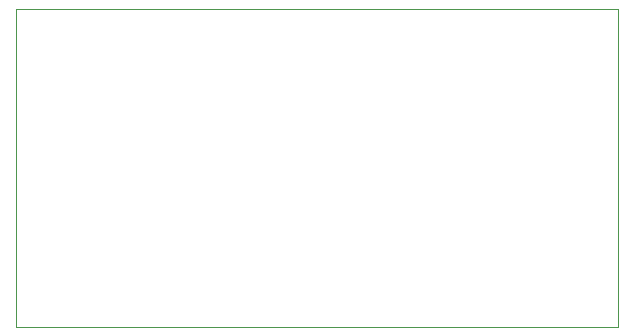
<source format=gbr>
G04 #@! TF.GenerationSoftware,KiCad,Pcbnew,6.0.6-2.fc36*
G04 #@! TF.CreationDate,2022-07-19T13:12:57+02:00*
G04 #@! TF.ProjectId,touch-testcontroller-testboard,746f7563-682d-4746-9573-74636f6e7472,rev?*
G04 #@! TF.SameCoordinates,Original*
G04 #@! TF.FileFunction,Profile,NP*
%FSLAX46Y46*%
G04 Gerber Fmt 4.6, Leading zero omitted, Abs format (unit mm)*
G04 Created by KiCad (PCBNEW 6.0.6-2.fc36) date 2022-07-19 13:12:57*
%MOMM*%
%LPD*%
G01*
G04 APERTURE LIST*
G04 #@! TA.AperFunction,Profile*
%ADD10C,0.100000*%
G04 #@! TD*
G04 APERTURE END LIST*
D10*
X56000000Y-58000000D02*
X107000000Y-58000000D01*
X107000000Y-58000000D02*
X107000000Y-85000000D01*
X107000000Y-85000000D02*
X56000000Y-85000000D01*
X56000000Y-85000000D02*
X56000000Y-58000000D01*
M02*

</source>
